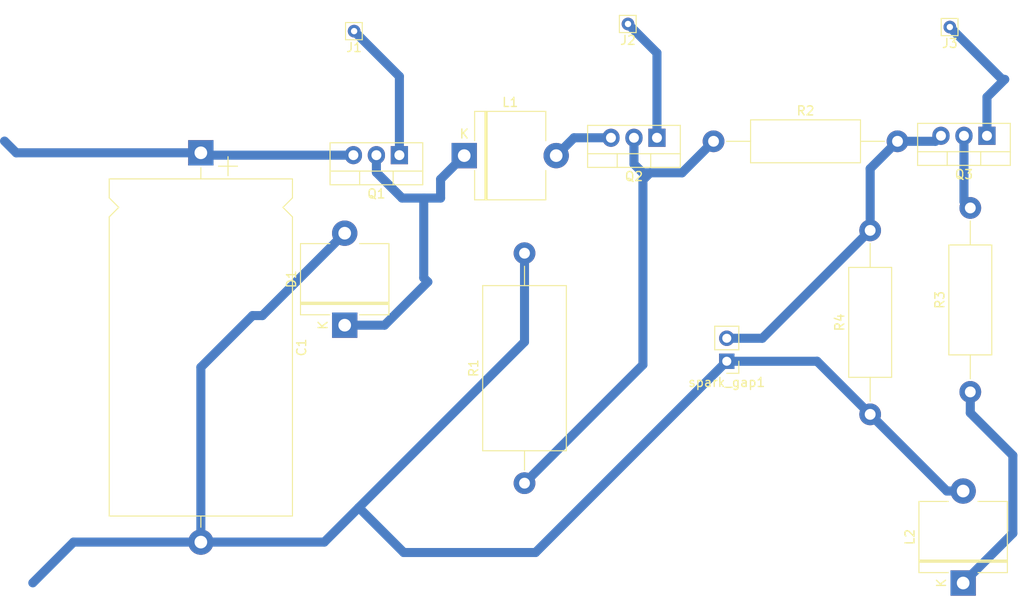
<source format=kicad_pcb>
(kicad_pcb (version 20221018) (generator pcbnew)
  (layers (0 "F.Cu" signal) (31 "B.Cu" signal) (34 "B.Paste" user) (35 "F.Paste" user) (36 "B.SilkS" user "B.Silkscreen") (37 "F.SilkS" user "F.Silkscreen") (38 "B.Mask" user) (39 "F.Mask" user) (44 "Edge.Cuts" user))
  (net 0 "")
  (net 1 "Net-(Q2-D)")
  (net 2 "-BATT")
  (net 3 "Net-(Q3-S)")
  (net 4 "Net-(L2-Pad1)")
  (net 5 "Net-(Q3-D)")
  (net 6 "Net-(J1-Pin_1)")
  (net 7 "Net-(D1-K)")
  (net 8 "+BATT")
  (net 9 "Net-(J2-Pin_1)")
  (net 10 "Net-(Q2-S)")
  (net 11 "Net-(J3-Pin_1)")
  (footprint "Package_TO_SOT_THT:TO-220-3_Vertical" (layer "F.Cu") (at 107.02 91.76 180)
    (fp_text reference "Q1" (at 2.54 -4.27) (layer "F.SilkS"))
    (fp_text value "IRF540N")
    (fp_line (start -2.58 -3.27) (end -2.58 1.371) (stroke (width 0.12)) (layer "F.SilkS"))
    (fp_line (start -2.58 -3.27) (end 7.66 -3.27) (stroke (width 0.12)) (layer "F.SilkS"))
    (fp_line (start -2.58 -1.76) (end 7.66 -1.76) (stroke (width 0.12)) (layer "F.SilkS"))
    (fp_line (start -2.58 1.371) (end 7.66 1.371) (stroke (width 0.12)) (layer "F.SilkS"))
    (fp_line (start 0.69 -3.27) (end 0.69 -1.76) (stroke (width 0.12)) (layer "F.SilkS"))
    (fp_line (start 4.391 -3.27) (end 4.391 -1.76) (stroke (width 0.12)) (layer "F.SilkS"))
    (fp_line (start 7.66 -3.27) (end 7.66 1.371) (stroke (width 0.12)) (layer "F.SilkS"))
    (pad "1" thru_hole rect (at 0 0 180) (size 1.905 2) (drill 1.1) (layers "*.Cu" "*.Mask") (net 6 "Net-(J1-Pin_1)"))
    (pad "2" thru_hole oval (at 2.54 0 180) (size 1.905 2) (drill 1.1) (layers "*.Cu" "*.Mask") (net 7 "Net-(D1-K)"))
    (pad "3" thru_hole oval (at 5.08 0 180) (size 1.905 2) (drill 1.1) (layers "*.Cu" "*.Mask") (net 8 "+BATT"))
  )
  (footprint "Diode_THT:D_5KP_P10.16mm_Horizontal" (layer "F.Cu") (at 169.29 139.02 90)
    (fp_text reference "L2" (at 5.08 -5.885 90) (layer "F.SilkS"))
    (fp_text value "L")
    (fp_text user "K" (at 0 -2.4 90) (layer "F.SilkS"))
    (fp_line (start 1.15 -4.885) (end 9.01 -4.885) (stroke (width 0.12)) (layer "F.SilkS"))
    (fp_line (start 1.15 -1.64) (end 1.15 -4.885) (stroke (width 0.12)) (layer "F.SilkS"))
    (fp_line (start 1.15 1.64) (end 1.15 4.885) (stroke (width 0.12)) (layer "F.SilkS"))
    (fp_line (start 1.15 4.885) (end 9.01 4.885) (stroke (width 0.12)) (layer "F.SilkS"))
    (fp_line (start 2.293 -4.885) (end 2.293 4.885) (stroke (width 0.12)) (layer "F.SilkS"))
    (fp_line (start 2.413 -4.885) (end 2.413 4.885) (stroke (width 0.12)) (layer "F.SilkS"))
    (fp_line (start 2.533 -4.885) (end 2.533 4.885) (stroke (width 0.12)) (layer "F.SilkS"))
    (fp_line (start 9.01 -4.885) (end 9.01 -1.64) (stroke (width 0.12)) (layer "F.SilkS"))
    (fp_line (start 9.01 4.885) (end 9.01 1.64) (stroke (width 0.12)) (layer "F.SilkS"))
    (pad "1" thru_hole rect (at 0 0 90) (size 2.8 2.8) (drill 1.4) (layers "*.Cu" "*.Mask") (net 4 "Net-(L2-Pad1)"))
    (pad "2" thru_hole oval (at 10.16 0 90) (size 2.8 2.8) (drill 1.4) (layers "*.Cu" "*.Mask") (net 2 "-BATT"))
  )
  (footprint "Resistor_THT:R_Axial_DIN0414_L11.9mm_D4.5mm_P20.32mm_Horizontal" (layer "F.Cu") (at 141.72 90.23)
    (fp_text reference "R2" (at 10.16 -3.37) (layer "F.SilkS"))
    (fp_text value "1")
    (fp_line (start 1.44 0) (end 4.09 0) (stroke (width 0.12)) (layer "F.SilkS"))
    (fp_line (start 4.09 -2.37) (end 4.09 2.37) (stroke (width 0.12)) (layer "F.SilkS"))
    (fp_line (start 4.09 2.37) (end 16.23 2.37) (stroke (width 0.12)) (layer "F.SilkS"))
    (fp_line (start 16.23 -2.37) (end 4.09 -2.37) (stroke (width 0.12)) (layer "F.SilkS"))
    (fp_line (start 16.23 2.37) (end 16.23 -2.37) (stroke (width 0.12)) (layer "F.SilkS"))
    (fp_line (start 18.88 0) (end 16.23 0) (stroke (width 0.12)) (layer "F.SilkS"))
    (pad "1" thru_hole circle (at 0 0) (size 2.4 2.4) (drill 1.2) (layers "*.Cu" "*.Mask") (net 1 "Net-(Q2-D)"))
    (pad "2" thru_hole oval (at 20.32 0) (size 2.4 2.4) (drill 1.2) (layers "*.Cu" "*.Mask") (net 3 "Net-(Q3-S)"))
  )
  (footprint "Resistor_THT:R_Axial_DIN0414_L11.9mm_D4.5mm_P20.32mm_Horizontal" (layer "F.Cu") (at 170.08 117.91 90)
    (fp_text reference "R3" (at 10.16 -3.37 90) (layer "F.SilkS"))
    (fp_text value "1")
    (fp_line (start 1.44 0) (end 4.09 0) (stroke (width 0.12)) (layer "F.SilkS"))
    (fp_line (start 4.09 -2.37) (end 4.09 2.37) (stroke (width 0.12)) (layer "F.SilkS"))
    (fp_line (start 4.09 2.37) (end 16.23 2.37) (stroke (width 0.12)) (layer "F.SilkS"))
    (fp_line (start 16.23 -2.37) (end 4.09 -2.37) (stroke (width 0.12)) (layer "F.SilkS"))
    (fp_line (start 16.23 2.37) (end 16.23 -2.37) (stroke (width 0.12)) (layer "F.SilkS"))
    (fp_line (start 18.88 0) (end 16.23 0) (stroke (width 0.12)) (layer "F.SilkS"))
    (pad "1" thru_hole circle (at 0 0 90) (size 2.4 2.4) (drill 1.2) (layers "*.Cu" "*.Mask") (net 4 "Net-(L2-Pad1)"))
    (pad "2" thru_hole oval (at 20.32 0 90) (size 2.4 2.4) (drill 1.2) (layers "*.Cu" "*.Mask") (net 5 "Net-(Q3-D)"))
  )
  (footprint "Package_TO_SOT_THT:TO-220-3_Vertical" (layer "F.Cu") (at 171.92 89.62 180)
    (fp_text reference "Q3" (at 2.54 -4.27) (layer "F.SilkS"))
    (fp_text value "IRF540N")
    (fp_line (start -2.58 -3.27) (end -2.58 1.371) (stroke (width 0.12)) (layer "F.SilkS"))
    (fp_line (start -2.58 -3.27) (end 7.66 -3.27) (stroke (width 0.12)) (layer "F.SilkS"))
    (fp_line (start -2.58 -1.76) (end 7.66 -1.76) (stroke (width 0.12)) (layer "F.SilkS"))
    (fp_line (start -2.58 1.371) (end 7.66 1.371) (stroke (width 0.12)) (layer "F.SilkS"))
    (fp_line (start 0.69 -3.27) (end 0.69 -1.76) (stroke (width 0.12)) (layer "F.SilkS"))
    (fp_line (start 4.391 -3.27) (end 4.391 -1.76) (stroke (width 0.12)) (layer "F.SilkS"))
    (fp_line (start 7.66 -3.27) (end 7.66 1.371) (stroke (width 0.12)) (layer "F.SilkS"))
    (pad "1" thru_hole rect (at 0 0 180) (size 1.905 2) (drill 1.1) (layers "*.Cu" "*.Mask") (net 11 "Net-(J3-Pin_1)"))
    (pad "2" thru_hole oval (at 2.54 0 180) (size 1.905 2) (drill 1.1) (layers "*.Cu" "*.Mask") (net 5 "Net-(Q3-D)"))
    (pad "3" thru_hole oval (at 5.08 0 180) (size 1.905 2) (drill 1.1) (layers "*.Cu" "*.Mask") (net 3 "Net-(Q3-S)"))
  )
  (footprint "Resistor_THT:R_Axial_DIN0918_L18.0mm_D9.0mm_P25.40mm_Horizontal" (layer "F.Cu") (at 120.84 127.99 90)
    (fp_text reference "R1" (at 12.7 -5.62 90) (layer "F.SilkS"))
    (fp_text value "1")
    (fp_line (start 1.44 0) (end 3.58 0) (stroke (width 0.12)) (layer "F.SilkS"))
    (fp_line (start 3.58 -4.62) (end 3.58 4.62) (stroke (width 0.12)) (layer "F.SilkS"))
    (fp_line (start 3.58 4.62) (end 21.82 4.62) (stroke (width 0.12)) (layer "F.SilkS"))
    (fp_line (start 21.82 -4.62) (end 3.58 -4.62) (stroke (width 0.12)) (layer "F.SilkS"))
    (fp_line (start 21.82 4.62) (end 21.82 -4.62) (stroke (width 0.12)) (layer "F.SilkS"))
    (fp_line (start 23.96 0) (end 21.82 0) (stroke (width 0.12)) (layer "F.SilkS"))
    (pad "1" thru_hole circle (at 0 0 90) (size 2.4 2.4) (drill 1.2) (layers "*.Cu" "*.Mask") (net 1 "Net-(Q2-D)"))
    (pad "2" thru_hole oval (at 25.4 0 90) (size 2.4 2.4) (drill 1.2) (layers "*.Cu" "*.Mask") (net 2 "-BATT"))
  )
  (footprint "Connector_Pin:Pin_D0.7mm_L6.5mm_W1.8mm_FlatFork" (layer "F.Cu") (at 167.82 77.61)
    (fp_text reference "J3" (at 0 1.8) (layer "F.SilkS"))
    (fp_text value "Conn_01x01_Pin")
    (fp_line (start -0.95 -0.95) (end -0.95 0.95) (stroke (width 0.12)) (layer "F.SilkS"))
    (fp_line (start -0.95 0.95) (end 0.9 0.95) (stroke (width 0.12)) (layer "F.SilkS"))
    (fp_line (start 0.9 -0.95) (end -0.95 -0.95) (stroke (width 0.12)) (layer "F.SilkS"))
    (fp_line (start 0.9 -0.9) (end 0.9 -0.95) (stroke (width 0.12)) (layer "F.SilkS"))
    (fp_line (start 0.9 0.95) (end 0.9 -0.9) (stroke (width 0.12)) (layer "F.SilkS"))
    (pad "1" thru_hole circle (at 0 0) (size 1.4 1.4) (drill 0.7) (layers "*.Cu" "*.Mask") (net 11 "Net-(J3-Pin_1)"))
  )
  (footprint "Diode_THT:D_5KP_P10.16mm_Horizontal" (layer "F.Cu") (at 100.98 110.54 90)
    (fp_text reference "D1" (at 5.08 -5.885 90) (layer "F.SilkS"))
    (fp_text value "D")
    (fp_text user "K" (at 0 -2.4 90) (layer "F.SilkS"))
    (fp_line (start 1.15 -4.885) (end 9.01 -4.885) (stroke (width 0.12)) (layer "F.SilkS"))
    (fp_line (start 1.15 -1.64) (end 1.15 -4.885) (stroke (width 0.12)) (layer "F.SilkS"))
    (fp_line (start 1.15 1.64) (end 1.15 4.885) (stroke (width 0.12)) (layer "F.SilkS"))
    (fp_line (start 1.15 4.885) (end 9.01 4.885) (stroke (width 0.12)) (layer "F.SilkS"))
    (fp_line (start 2.293 -4.885) (end 2.293 4.885) (stroke (width 0.12)) (layer "F.SilkS"))
    (fp_line (start 2.413 -4.885) (end 2.413 4.885) (stroke (width 0.12)) (layer "F.SilkS"))
    (fp_line (start 2.533 -4.885) (end 2.533 4.885) (stroke (width 0.12)) (layer "F.SilkS"))
    (fp_line (start 9.01 -4.885) (end 9.01 -1.64) (stroke (width 0.12)) (layer "F.SilkS"))
    (fp_line (start 9.01 4.885) (end 9.01 1.64) (stroke (width 0.12)) (layer "F.SilkS"))
    (pad "1" thru_hole rect (at 0 0 90) (size 2.8 2.8) (drill 1.4) (layers "*.Cu" "*.Mask") (net 7 "Net-(D1-K)"))
    (pad "2" thru_hole oval (at 10.16 0 90) (size 2.8 2.8) (drill 1.4) (layers "*.Cu" "*.Mask") (net 2 "-BATT"))
  )
  (footprint "Package_TO_SOT_THT:TO-220-3_Vertical" (layer "F.Cu") (at 135.47 89.84 180)
    (fp_text reference "Q2" (at 2.54 -4.27) (layer "F.SilkS"))
    (fp_text value "IRF540N")
    (fp_line (start -2.58 -3.27) (end -2.58 1.371) (stroke (width 0.12)) (layer "F.SilkS"))
    (fp_line (start -2.58 -3.27) (end 7.66 -3.27) (stroke (width 0.12)) (layer "F.SilkS"))
    (fp_line (start -2.58 -1.76) (end 7.66 -1.76) (stroke (width 0.12)) (layer "F.SilkS"))
    (fp_line (start -2.58 1.371) (end 7.66 1.371) (stroke (width 0.12)) (layer "F.SilkS"))
    (fp_line (start 0.69 -3.27) (end 0.69 -1.76) (stroke (width 0.12)) (layer "F.SilkS"))
    (fp_line (start 4.391 -3.27) (end 4.391 -1.76) (stroke (width 0.12)) (layer "F.SilkS"))
    (fp_line (start 7.66 -3.27) (end 7.66 1.371) (stroke (width 0.12)) (layer "F.SilkS"))
    (pad "1" thru_hole rect (at 0 0 180) (size 1.905 2) (drill 1.1) (layers "*.Cu" "*.Mask") (net 9 "Net-(J2-Pin_1)"))
    (pad "2" thru_hole oval (at 2.54 0 180) (size 1.905 2) (drill 1.1) (layers "*.Cu" "*.Mask") (net 1 "Net-(Q2-D)"))
    (pad "3" thru_hole oval (at 5.08 0 180) (size 1.905 2) (drill 1.1) (layers "*.Cu" "*.Mask") (net 10 "Net-(Q2-S)"))
  )
  (footprint "Connector_Pin:Pin_D0.7mm_L6.5mm_W1.8mm_FlatFork" (layer "F.Cu") (at 132.27 77.27)
    (fp_text reference "J2" (at 0 1.8) (layer "F.SilkS"))
    (fp_text value "Conn_01x01_Pin")
    (fp_line (start -0.95 -0.95) (end -0.95 0.95) (stroke (width 0.12)) (layer "F.SilkS"))
    (fp_line (start -0.95 0.95) (end 0.9 0.95) (stroke (width 0.12)) (layer "F.SilkS"))
    (fp_line (start 0.9 -0.95) (end -0.95 -0.95) (stroke (width 0.12)) (layer "F.SilkS"))
    (fp_line (start 0.9 -0.9) (end 0.9 -0.95) (stroke (width 0.12)) (layer "F.SilkS"))
    (fp_line (start 0.9 0.95) (end 0.9 -0.9) (stroke (width 0.12)) (layer "F.SilkS"))
    (pad "1" thru_hole circle (at 0 0) (size 1.4 1.4) (drill 0.7) (layers "*.Cu" "*.Mask") (net 9 "Net-(J2-Pin_1)"))
  )
  (footprint "Connector_Pin:Pin_D0.7mm_L6.5mm_W1.8mm_FlatFork" (layer "F.Cu") (at 102.02 78.06)
    (fp_text reference "J1" (at 0 1.8) (layer "F.SilkS"))
    (fp_text value "Conn_01x01_Pin")
    (fp_line (start -0.95 -0.95) (end -0.95 0.95) (stroke (width 0.12)) (layer "F.SilkS"))
    (fp_line (start -0.95 0.95) (end 0.9 0.95) (stroke (width 0.12)) (layer "F.SilkS"))
    (fp_line (start 0.9 -0.95) (end -0.95 -0.95) (stroke (width 0.12)) (layer "F.SilkS"))
    (fp_line (start 0.9 -0.9) (end 0.9 -0.95) (stroke (width 0.12)) (layer "F.SilkS"))
    (fp_line (start 0.9 0.95) (end 0.9 -0.9) (stroke (width 0.12)) (layer "F.SilkS"))
    (pad "1" thru_hole circle (at 0 0) (size 1.4 1.4) (drill 0.7) (layers "*.Cu" "*.Mask") (net 6 "Net-(J1-Pin_1)"))
  )
  (footprint "Diode_THT:D_5KP_P10.16mm_Horizontal" (layer "F.Cu") (at 114.18 91.81)
    (fp_text reference "L1" (at 5.08 -5.885) (layer "F.SilkS"))
    (fp_text value "L")
    (fp_text user "K" (at 0 -2.4) (layer "F.SilkS"))
    (fp_line (start 1.15 -4.885) (end 9.01 -4.885) (stroke (width 0.12)) (layer "F.SilkS"))
    (fp_line (start 1.15 -1.64) (end 1.15 -4.885) (stroke (width 0.12)) (layer "F.SilkS"))
    (fp_line (start 1.15 1.64) (end 1.15 4.885) (stroke (width 0.12)) (layer "F.SilkS"))
    (fp_line (start 1.15 4.885) (end 9.01 4.885) (stroke (width 0.12)) (layer "F.SilkS"))
    (fp_line (start 2.293 -4.885) (end 2.293 4.885) (stroke (width 0.12)) (layer "F.SilkS"))
    (fp_line (start 2.413 -4.885) (end 2.413 4.885) (stroke (width 0.12)) (layer "F.SilkS"))
    (fp_line (start 2.533 -4.885) (end 2.533 4.885) (stroke (width 0.12)) (layer "F.SilkS"))
    (fp_line (start 9.01 -4.885) (end 9.01 -1.64) (stroke (width 0.12)) (layer "F.SilkS"))
    (fp_line (start 9.01 4.885) (end 9.01 1.64) (stroke (width 0.12)) (layer "F.SilkS"))
    (pad "1" thru_hole rect (at 0 0) (size 2.8 2.8) (drill 1.4) (layers "*.Cu" "*.Mask") (net 7 "Net-(D1-K)"))
    (pad "2" thru_hole oval (at 10.16 0) (size 2.8 2.8) (drill 1.4) (layers "*.Cu" "*.Mask") (net 10 "Net-(Q2-S)"))
  )
  (footprint "Resistor_THT:R_Axial_DIN0414_L11.9mm_D4.5mm_P20.32mm_Horizontal" (layer "F.Cu") (at 159.02 120.39 90)
    (fp_text reference "R4" (at 10.16 -3.37 90) (layer "F.SilkS"))
    (fp_text value "1")
    (fp_line (start 1.44 0) (end 4.09 0) (stroke (width 0.12)) (layer "F.SilkS"))
    (fp_line (start 4.09 -2.37) (end 4.09 2.37) (stroke (width 0.12)) (layer "F.SilkS"))
    (fp_line (start 4.09 2.37) (end 16.23 2.37) (stroke (width 0.12)) (layer "F.SilkS"))
    (fp_line (start 16.23 -2.37) (end 4.09 -2.37) (stroke (width 0.12)) (layer "F.SilkS"))
    (fp_line (start 16.23 2.37) (end 16.23 -2.37) (stroke (width 0.12)) (layer "F.SilkS"))
    (fp_line (start 18.88 0) (end 16.23 0) (stroke (width 0.12)) (layer "F.SilkS"))
    (pad "1" thru_hole circle (at 0 0 90) (size 2.4 2.4) (drill 1.2) (layers "*.Cu" "*.Mask") (net 2 "-BATT"))
    (pad "2" thru_hole oval (at 20.32 0 90) (size 2.4 2.4) (drill 1.2) (layers "*.Cu" "*.Mask") (net 3 "Net-(Q3-S)"))
  )
  (footprint "Connector_PinHeader_2.54mm:PinHeader_1x02_P2.54mm_Vertical" (layer "F.Cu") (at 143.18 114.525 180)
    (fp_text reference "spark_gap1" (at 0 -2.33) (layer "F.SilkS"))
    (fp_text value "1")
    (fp_line (start -1.33 -1.33) (end 0 -1.33) (stroke (width 0.12)) (layer "F.SilkS"))
    (fp_line (start -1.33 0) (end -1.33 -1.33) (stroke (width 0.12)) (layer "F.SilkS"))
    (fp_line (start -1.33 1.27) (end -1.33 3.87) (stroke (width 0.12)) (layer "F.SilkS"))
    (fp_line (start -1.33 1.27) (end 1.33 1.27) (stroke (width 0.12)) (layer "F.SilkS"))
    (fp_line (start -1.33 3.87) (end 1.33 3.87) (stroke (width 0.12)) (layer "F.SilkS"))
    (fp_line (start 1.33 1.27) (end 1.33 3.87) (stroke (width 0.12)) (layer "F.SilkS"))
    (pad "1" thru_hole rect (at 0 0 180) (size 1.7 1.7) (drill 1) (layers "*.Cu" "*.Mask") (net 2 "-BATT"))
    (pad "2" thru_hole oval (at 0 2.54 180) (size 1.7 1.7) (drill 1) (layers "*.Cu" "*.Mask") (net 3 "Net-(Q3-S)"))
  )
  (footprint "Capacitor_THT:CP_Axial_L37.0mm_D20.0mm_P43.00mm_Horizontal" (layer "F.Cu") (at 85.09 91.5 -90)
    (fp_text reference "C1" (at 21.5 -11.12 90) (layer "F.SilkS"))
    (fp_text value "1")
    (fp_line (start 0.43 -3) (end 2.53 -3) (stroke (width 0.12)) (layer "F.SilkS"))
    (fp_line (start 1.48 -4.05) (end 1.48 -1.95) (stroke (width 0.12)) (layer "F.SilkS"))
    (fp_line (start 1.64 0) (end 2.88 0) (stroke (width 0.12)) (layer "F.SilkS"))
    (fp_line (start 2.88 -10.12) (end 2.88 10.12) (stroke (width 0.12)) (layer "F.SilkS"))
    (fp_line (start 2.88 -10.12) (end 4.98 -10.12) (stroke (width 0.12)) (layer "F.SilkS"))
    (fp_line (start 2.88 10.12) (end 4.98 10.12) (stroke (width 0.12)) (layer "F.SilkS"))
    (fp_line (start 4.98 -10.12) (end 6.03 -9.07) (stroke (width 0.12)) (layer "F.SilkS"))
    (fp_line (start 4.98 10.12) (end 6.03 9.07) (stroke (width 0.12)) (layer "F.SilkS"))
    (fp_line (start 6.03 -9.07) (end 7.08 -10.12) (stroke (width 0.12)) (layer "F.SilkS"))
    (fp_line (start 6.03 9.07) (end 7.08 10.12) (stroke (width 0.12)) (layer "F.SilkS"))
    (fp_line (start 7.08 -10.12) (end 40.12 -10.12) (stroke (width 0.12)) (layer "F.SilkS"))
    (fp_line (start 7.08 10.12) (end 40.12 10.12) (stroke (width 0.12)) (layer "F.SilkS"))
    (fp_line (start 40.12 -10.12) (end 40.12 10.12) (stroke (width 0.12)) (layer "F.SilkS"))
    (fp_line (start 41.36 0) (end 40.12 0) (stroke (width 0.12)) (layer "F.SilkS"))
    (pad "1" thru_hole rect (at 0 0 270) (size 2.8 2.8) (drill 1.4) (layers "*.Cu" "*.Mask") (net 8 "+BATT"))
    (pad "2" thru_hole oval (at 43 0 270) (size 2.8 2.8) (drill 1.4) (layers "*.Cu" "*.Mask") (net 2 "-BATT"))
  )
  (segment (start 132.93 92.74) (end 132.93 89.84) (width 1) (layer "B.Cu") (net 1))
  (segment (start 141.72 90.23) (end 138.24 93.71) (width 1) (layer "B.Cu") (net 1))
  (segment (start 133.92 114.91) (end 133.92 94.5) (width 1) (layer "B.Cu") (net 1))
  (segment (start 134.71 93.71) (end 133.9 93.71) (width 1) (layer "B.Cu") (net 1))
  (segment (start 133.9 93.71) (end 132.93 92.74) (width 1) (layer "B.Cu") (net 1))
  (segment (start 133.92 94.5) (end 134.71 93.71) (width 1) (layer "B.Cu") (net 1))
  (segment (start 120.84 127.99) (end 133.92 114.91) (width 1) (layer "B.Cu") (net 1))
  (segment (start 138.24 93.71) (end 134.71 93.71) (width 1) (layer "B.Cu") (net 1))
  (segment (start 143.18 114.525) (end 122.055 135.65) (width 1) (layer "B.Cu") (net 2))
  (segment (start 71.03 134.5) (end 66.53 139) (width 1) (layer "B.Cu") (net 2))
  (segment (start 85.09 134.5) (end 98.72 134.5) (width 1) (layer "B.Cu") (net 2))
  (segment (start 90.8 109.48) (end 85.09 115.19) (width 1) (layer "B.Cu") (net 2))
  (segment (start 91.88 109.48) (end 90.8 109.48) (width 1) (layer "B.Cu") (net 2))
  (segment (start 167.49 128.86) (end 169.29 128.86) (width 1) (layer "B.Cu") (net 2))
  (segment (start 100.98 100.38) (end 91.88 109.48) (width 1) (layer "B.Cu") (net 2))
  (segment (start 85.09 115.19) (end 85.09 134.5) (width 1) (layer "B.Cu") (net 2))
  (segment (start 102.535 130.685) (end 120.84 112.38) (width 1) (layer "B.Cu") (net 2))
  (segment (start 85.09 134.5) (end 71.03 134.5) (width 1) (layer "B.Cu") (net 2))
  (segment (start 153.155 114.525) (end 159.02 120.39) (width 1) (layer "B.Cu") (net 2))
  (segment (start 143.18 114.525) (end 153.155 114.525) (width 1) (layer "B.Cu") (net 2))
  (segment (start 107.5 135.65) (end 102.535 130.685) (width 1) (layer "B.Cu") (net 2))
  (segment (start 122.055 135.65) (end 107.5 135.65) (width 1) (layer "B.Cu") (net 2))
  (segment (start 98.72 134.5) (end 102.535 130.685) (width 1) (layer "B.Cu") (net 2))
  (segment (start 120.84 112.38) (end 120.84 102.59) (width 1) (layer "B.Cu") (net 2))
  (segment (start 159.02 120.39) (end 167.49 128.86) (width 1) (layer "B.Cu") (net 2))
  (segment (start 166.23 90.23) (end 166.84 89.62) (width 1) (layer "B.Cu") (net 3))
  (segment (start 159.02 100.07) (end 159.02 93.25) (width 1) (layer "B.Cu") (net 3))
  (segment (start 162.04 90.23) (end 166.23 90.23) (width 1) (layer "B.Cu") (net 3))
  (segment (start 159.02 100.07) (end 147.105 111.985) (width 1) (layer "B.Cu") (net 3))
  (segment (start 159.02 93.25) (end 162.04 90.23) (width 1) (layer "B.Cu") (net 3))
  (segment (start 147.105 111.985) (end 143.18 111.985) (width 1) (layer "B.Cu") (net 3))
  (segment (start 170.08 120.23) (end 174.78 124.93) (width 1) (layer "B.Cu") (net 4))
  (segment (start 174.78 133.53) (end 169.29 139.02) (width 1) (layer "B.Cu") (net 4))
  (segment (start 170.08 117.91) (end 170.08 120.23) (width 1) (layer "B.Cu") (net 4))
  (segment (start 174.78 124.93) (end 174.78 133.53) (width 1) (layer "B.Cu") (net 4))
  (segment (start 169.38 96.89) (end 170.08 97.59) (width 1) (layer "B.Cu") (net 5))
  (segment (start 169.38 89.62) (end 169.38 96.89) (width 1) (layer "B.Cu") (net 5))
  (segment (start 107.02 91.76) (end 107.02 83.06) (width 1) (layer "B.Cu") (net 6))
  (segment (start 107.02 83.06) (end 102.02 78.06) (width 1) (layer "B.Cu") (net 6))
  (segment (start 110.16 105.76) (end 109.71 105.31) (width 1) (layer "B.Cu") (net 7))
  (segment (start 107.315 96.5) (end 109.71 96.5) (width 1) (layer "B.Cu") (net 7))
  (segment (start 105.38 110.54) (end 110.16 105.76) (width 1) (layer "B.Cu") (net 7))
  (segment (start 104.48 93.665) (end 107.315 96.5) (width 1) (layer "B.Cu") (net 7))
  (segment (start 104.48 91.76) (end 104.48 93.665) (width 1) (layer "B.Cu") (net 7))
  (segment (start 100.98 110.54) (end 105.38 110.54) (width 1) (layer "B.Cu") (net 7))
  (segment (start 109.71 96.5) (end 111.57 96.5) (width 1) (layer "B.Cu") (net 7))
  (segment (start 111.57 94.42) (end 114.18 91.81) (width 1) (layer "B.Cu") (net 7))
  (segment (start 111.57 96.5) (end 111.57 94.42) (width 1) (layer "B.Cu") (net 7))
  (segment (start 109.71 105.31) (end 109.71 96.5) (width 1) (layer "B.Cu") (net 7))
  (segment (start 101.94 91.76) (end 85.35 91.76) (width 1) (layer "B.Cu") (net 8))
  (segment (start 64.7 91.5) (end 63.405 90.205) (width 1) (layer "B.Cu") (net 8))
  (segment (start 85.35 91.76) (end 85.09 91.5) (width 1) (layer "B.Cu") (net 8))
  (segment (start 85.09 91.5) (end 64.7 91.5) (width 1) (layer "B.Cu") (net 8))
  (segment (start 135.47 80.47) (end 132.27 77.27) (width 1) (layer "B.Cu") (net 9))
  (segment (start 135.47 89.84) (end 135.47 80.47) (width 1) (layer "B.Cu") (net 9))
  (segment (start 126.31 89.84) (end 124.34 91.81) (width 1) (layer "B.Cu") (net 10))
  (segment (start 130.39 89.84) (end 126.31 89.84) (width 1) (layer "B.Cu") (net 10))
  (segment (start 171.92 85.35) (end 171.92 89.62) (width 1) (layer "B.Cu") (net 11))
  (segment (start 173.6 83.39) (end 173.88 83.39) (width 1) (layer "B.Cu") (net 11))
  (segment (start 173.88 83.39) (end 171.92 85.35) (width 1) (layer "B.Cu") (net 11))
  (segment (start 167.82 77.61) (end 173.6 83.39) (width 1) (layer "B.Cu") (net 11))
)
</source>
